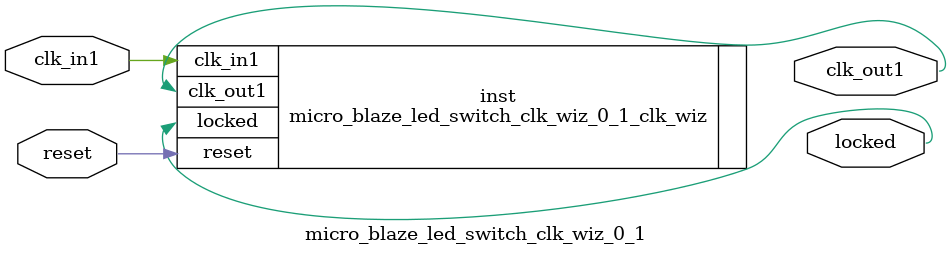
<source format=v>


`timescale 1ps/1ps

(* CORE_GENERATION_INFO = "micro_blaze_led_switch_clk_wiz_0_1,clk_wiz_v6_0_4_0_0,{component_name=micro_blaze_led_switch_clk_wiz_0_1,use_phase_alignment=true,use_min_o_jitter=false,use_max_i_jitter=false,use_dyn_phase_shift=false,use_inclk_switchover=false,use_dyn_reconfig=false,enable_axi=0,feedback_source=FDBK_AUTO,PRIMITIVE=MMCM,num_out_clk=1,clkin1_period=10.000,clkin2_period=10.000,use_power_down=false,use_reset=true,use_locked=true,use_inclk_stopped=false,feedback_type=SINGLE,CLOCK_MGR_TYPE=NA,manual_override=false}" *)

module micro_blaze_led_switch_clk_wiz_0_1 
 (
  // Clock out ports
  output        clk_out1,
  // Status and control signals
  input         reset,
  output        locked,
 // Clock in ports
  input         clk_in1
 );

  micro_blaze_led_switch_clk_wiz_0_1_clk_wiz inst
  (
  // Clock out ports  
  .clk_out1(clk_out1),
  // Status and control signals               
  .reset(reset), 
  .locked(locked),
 // Clock in ports
  .clk_in1(clk_in1)
  );

endmodule

</source>
